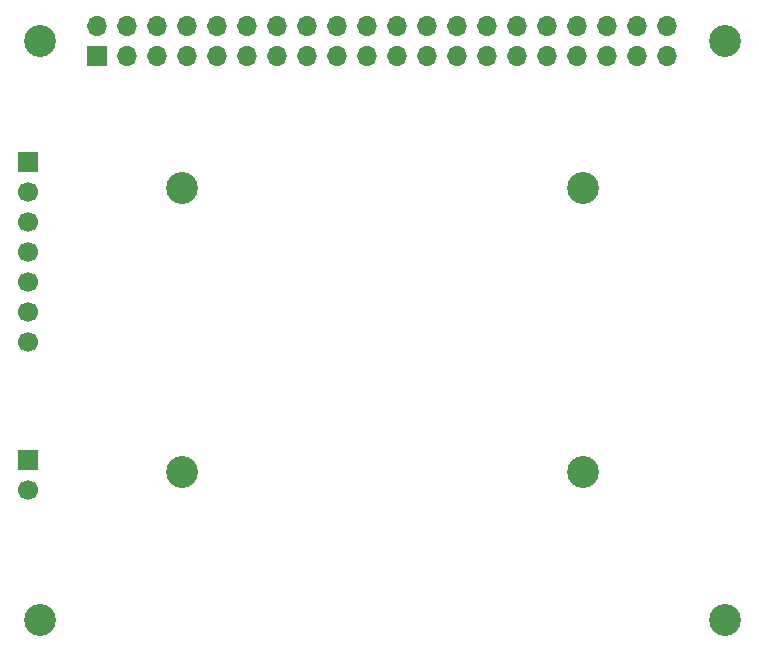
<source format=gbs>
G04 #@! TF.GenerationSoftware,KiCad,Pcbnew,9.0.4*
G04 #@! TF.CreationDate,2025-09-01T18:14:39-04:00*
G04 #@! TF.ProjectId,power_supply_hat,706f7765-725f-4737-9570-706c795f6861,rev?*
G04 #@! TF.SameCoordinates,Original*
G04 #@! TF.FileFunction,Soldermask,Bot*
G04 #@! TF.FilePolarity,Negative*
%FSLAX46Y46*%
G04 Gerber Fmt 4.6, Leading zero omitted, Abs format (unit mm)*
G04 Created by KiCad (PCBNEW 9.0.4) date 2025-09-01 18:14:39*
%MOMM*%
%LPD*%
G01*
G04 APERTURE LIST*
%ADD10C,2.700000*%
%ADD11R,1.700000X1.700000*%
%ADD12C,1.700000*%
%ADD13O,1.700000X1.700000*%
G04 APERTURE END LIST*
D10*
X149500000Y-84000000D03*
X161500000Y-47500000D03*
D11*
X102500000Y-83000000D03*
D12*
X102500000Y-85540000D03*
D10*
X103500000Y-96500000D03*
X103500000Y-47500000D03*
X115500000Y-60000000D03*
D11*
X102500000Y-57760000D03*
D12*
X102500000Y-60300000D03*
X102500000Y-62840000D03*
X102500000Y-65380000D03*
X102500000Y-67920000D03*
X102500000Y-70460000D03*
X102500000Y-73000000D03*
D10*
X161500000Y-96500000D03*
X115500000Y-84000000D03*
X149500000Y-60000000D03*
D11*
X108370000Y-48770000D03*
D13*
X108370000Y-46230000D03*
X110910000Y-48770000D03*
X110910000Y-46230000D03*
X113450000Y-48770000D03*
X113450000Y-46230000D03*
X115990000Y-48770000D03*
X115990000Y-46230000D03*
X118530000Y-48770000D03*
X118530000Y-46230000D03*
X121070000Y-48770000D03*
X121070000Y-46230000D03*
X123610000Y-48770000D03*
X123610000Y-46230000D03*
X126150000Y-48770000D03*
X126150000Y-46230000D03*
X128690000Y-48770000D03*
X128690000Y-46230000D03*
X131230000Y-48770000D03*
X131230000Y-46230000D03*
X133770000Y-48770000D03*
X133770000Y-46230000D03*
X136310000Y-48770000D03*
X136310000Y-46230000D03*
X138850000Y-48770000D03*
X138850000Y-46230000D03*
X141390000Y-48770000D03*
X141390000Y-46230000D03*
X143930000Y-48770000D03*
X143930000Y-46230000D03*
X146470000Y-48770000D03*
X146470000Y-46230000D03*
X149010000Y-48770000D03*
X149010000Y-46230000D03*
X151550000Y-48770000D03*
X151550000Y-46230000D03*
X154090000Y-48770000D03*
X154090000Y-46230000D03*
X156630000Y-48770000D03*
X156630000Y-46230000D03*
M02*

</source>
